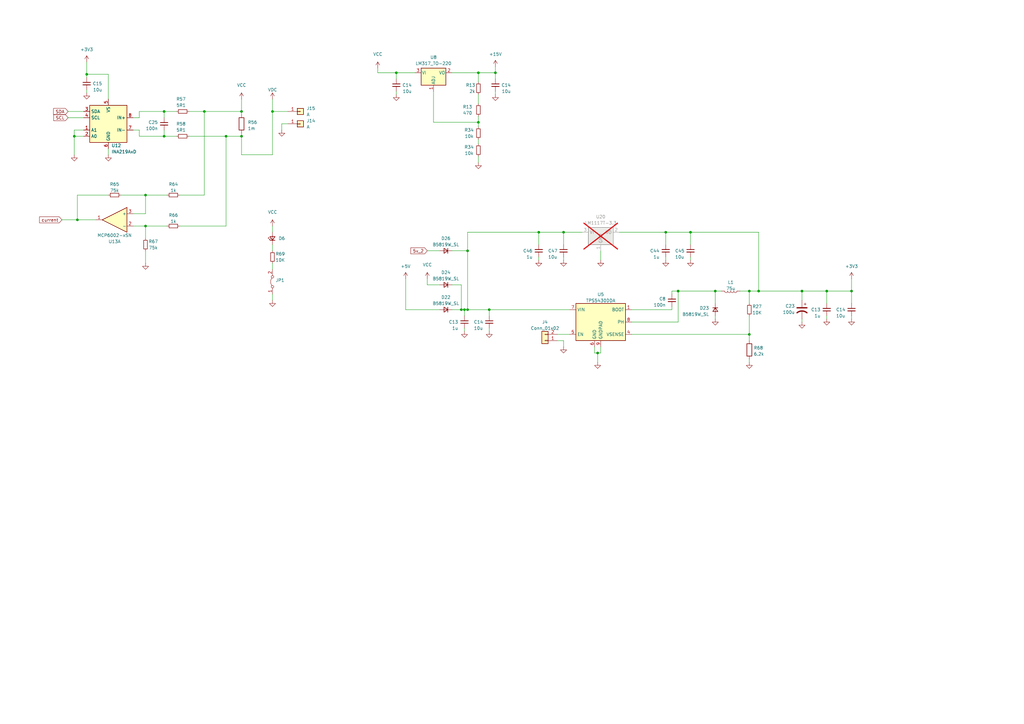
<source format=kicad_sch>
(kicad_sch (version 20231120) (generator "eeschema") (generator_version "8.0")
  (paper "A3")
  (lib_symbols
    (symbol "Amplifier_Operational:MCP6002-xSN" (pin_names (offset 0.127))
      (property "Reference" "U" (at 0 5.08 0))
      (property "Value" "MCP6002-xSN" (at 0 -5.08 0))
      (symbol "MCP6002-xSN_1_1"
        (polyline (pts (xy -5.08 5.08) (xy 5.08 0) (xy -5.08 -5.08) (xy -5.08 5.08)) (stroke (width 0.254)) (fill (type background)))
        (pin output line (at 7.62 0 180) (length 2.54) (name "~") (number "1"))
        (pin input line (at -7.62 -2.54 0) (length 2.54) (name "-") (number "2"))
        (pin input line (at -7.62 2.54 0) (length 2.54) (name "+") (number "3"))
      )
      (symbol "MCP6002-xSN_2_1"
        (polyline (pts (xy -5.08 5.08) (xy 5.08 0) (xy -5.08 -5.08) (xy -5.08 5.08)) (stroke (width 0.254)) (fill (type background)))
        (pin input line (at -7.62 2.54 0) (length 2.54) (name "+") (number "5"))
        (pin input line (at -7.62 -2.54 0) (length 2.54) (name "-") (number "6"))
        (pin output line (at 7.62 0 180) (length 2.54) (name "~") (number "7"))
      )
      (symbol "MCP6002-xSN_3_1"
        (pin power_in line (at -2.54 -7.62 90) (length 3.81) (name "V-") (number "4"))
        (pin power_in line (at -2.54 7.62 270) (length 3.81) (name "V+") (number "8"))
      )
    )
    (symbol "Connector_Generic:Conn_01x01" (pin_names (offset 1.016) hide)
      (property "Reference" "J" (at 0 2.54 0))
      (property "Value" "Conn_01x01" (at 0 -2.54 0))
      (symbol "Conn_01x01_1_1"
        (rectangle (start -1.27 0.127) (end 0 -0.127) (stroke (width 0.1524)))
        (rectangle (start -1.27 1.27) (end 1.27 -1.27) (stroke (width 0.254)) (fill (type background)))
        (pin passive line (at -5.08 0 0) (length 3.81) (name "Pin_1") (number "1"))
      )
    )
    (symbol "Connector_Generic:Conn_01x02" (pin_names (offset 1.016) hide)
      (property "Reference" "J" (at 0 2.54 0))
      (property "Value" "Conn_01x02" (at 0 -5.08 0))
      (symbol "Conn_01x02_1_1"
        (rectangle (start -1.27 -2.413) (end 0 -2.667) (stroke (width 0.1524)))
        (rectangle (start -1.27 0.127) (end 0 -0.127) (stroke (width 0.1524)))
        (rectangle (start -1.27 1.27) (end 1.27 -3.81) (stroke (width 0.254)) (fill (type background)))
        (pin passive line (at -5.08 0 0) (length 3.81) (name "Pin_1") (number "1"))
        (pin passive line (at -5.08 -2.54 0) (length 3.81) (name "Pin_2") (number "2"))
      )
    )
    (symbol "Device:C_Polarized_US" (pin_numbers hide) (pin_names (offset 0.254) hide)
      (property "Reference" "C" (at 0.635 2.54 0))
      (property "Value" "C_Polarized_US" (at 0.635 -2.54 0))
      (symbol "C_Polarized_US_0_1"
        (polyline (pts (xy -2.032 0.762) (xy 2.032 0.762)) (stroke (width 0.508)))
        (polyline (pts (xy -1.778 2.286) (xy -0.762 2.286)))
        (polyline (pts (xy -1.27 1.778) (xy -1.27 2.794)))
        (arc (start 2.032 -1.27) (mid 0 -0.5572) (end -2.032 -1.27) (stroke (width 0.508)))
      )
      (symbol "C_Polarized_US_1_1"
        (pin passive line (at 0 3.81 270) (length 2.794) (name "~") (number "1"))
        (pin passive line (at 0 -3.81 90) (length 3.302) (name "~") (number "2"))
      )
    )
    (symbol "Device:C_Small" (pin_numbers hide) (pin_names (offset 0.254) hide)
      (property "Reference" "C" (at 0.254 1.778 0))
      (property "Value" "C_Small" (at 0.254 -2.032 0))
      (symbol "C_Small_0_1"
        (polyline (pts (xy -1.524 -0.508) (xy 1.524 -0.508)) (stroke (width 0.3302)))
        (polyline (pts (xy -1.524 0.508) (xy 1.524 0.508)) (stroke (width 0.3048)))
      )
      (symbol "C_Small_1_1"
        (pin passive line (at 0 2.54 270) (length 2.032) (name "~") (number "1"))
        (pin passive line (at 0 -2.54 90) (length 2.032) (name "~") (number "2"))
      )
    )
    (symbol "Device:D_Small" (pin_numbers hide) (pin_names (offset 0.254) hide)
      (property "Reference" "D" (at -1.27 2.032 0))
      (property "Value" "D_Small" (at -3.81 -2.032 0))
      (symbol "D_Small_0_1"
        (polyline (pts (xy -0.762 -1.016) (xy -0.762 1.016)) (stroke (width 0.254)))
        (polyline (pts (xy -0.762 0) (xy 0.762 0)))
        (polyline (pts (xy 0.762 -1.016) (xy -0.762 0) (xy 0.762 1.016) (xy 0.762 -1.016)) (stroke (width 0.254)))
      )
      (symbol "D_Small_1_1"
        (pin passive line (at -2.54 0 0) (length 1.778) (name "K") (number "1"))
        (pin passive line (at 2.54 0 180) (length 1.778) (name "A") (number "2"))
      )
    )
    (symbol "Device:L" (pin_numbers hide) (pin_names (offset 1.016) hide)
      (property "Reference" "L" (at -1.27 0 90))
      (property "Value" "L" (at 1.905 0 90))
      (symbol "L_0_1"
        (arc (start 0 -2.54) (mid 0.6323 -1.905) (end 0 -1.27))
        (arc (start 0 -1.27) (mid 0.6323 -0.635) (end 0 0))
        (arc (start 0 0) (mid 0.6323 0.635) (end 0 1.27))
        (arc (start 0 1.27) (mid 0.6323 1.905) (end 0 2.54))
      )
      (symbol "L_1_1"
        (pin passive line (at 0 3.81 270) (length 1.27) (name "1") (number "1"))
        (pin passive line (at 0 -3.81 90) (length 1.27) (name "2") (number "2"))
      )
    )
    (symbol "Device:LED_Small" (pin_numbers hide) (pin_names (offset 0.254) hide)
      (property "Reference" "D" (at -1.27 3.175 0))
      (property "Value" "LED_Small" (at -4.445 -2.54 0))
      (symbol "LED_Small_0_1"
        (polyline (pts (xy -0.762 -1.016) (xy -0.762 1.016)) (stroke (width 0.254)))
        (polyline (pts (xy 1.016 0) (xy -0.762 0)))
        (polyline (pts (xy 0.762 -1.016) (xy -0.762 0) (xy 0.762 1.016) (xy 0.762 -1.016)) (stroke (width 0.254)))
        (polyline (pts (xy 0 0.762) (xy -0.508 1.27) (xy -0.254 1.27) (xy -0.508 1.27) (xy -0.508 1.016)))
        (polyline (pts (xy 0.508 1.27) (xy 0 1.778) (xy 0.254 1.778) (xy 0 1.778) (xy 0 1.524)))
      )
      (symbol "LED_Small_1_1"
        (pin passive line (at -2.54 0 0) (length 1.778) (name "K") (number "1"))
        (pin passive line (at 2.54 0 180) (length 1.778) (name "A") (number "2"))
      )
    )
    (symbol "Device:R" (pin_numbers hide) (pin_names (offset 0))
      (property "Reference" "R" (at 2.032 0 90))
      (property "Value" "R" (at 0 0 90))
      (symbol "R_0_1"
        (rectangle (start -1.016 -2.54) (end 1.016 2.54) (stroke (width 0.254)))
      )
      (symbol "R_1_1"
        (pin passive line (at 0 3.81 270) (length 1.27) (name "~") (number "1"))
        (pin passive line (at 0 -3.81 90) (length 1.27) (name "~") (number "2"))
      )
    )
    (symbol "Device:R_Small" (pin_numbers hide) (pin_names (offset 0.254) hide)
      (property "Reference" "R" (at 0.762 0.508 0))
      (property "Value" "R_Small" (at 0.762 -1.016 0))
      (symbol "R_Small_0_1"
        (rectangle (start -0.762 1.778) (end 0.762 -1.778) (stroke (width 0.2032)))
      )
      (symbol "R_Small_1_1"
        (pin passive line (at 0 2.54 270) (length 0.762) (name "~") (number "1"))
        (pin passive line (at 0 -2.54 90) (length 0.762) (name "~") (number "2"))
      )
    )
    (symbol "Jumper:Jumper_2_Bridged" (pin_names (offset 0) hide)
      (property "Reference" "JP" (at 0 1.905 0))
      (property "Value" "Jumper_2_Bridged" (at 0 -2.54 0))
      (symbol "Jumper_2_Bridged_0_0"
        (circle (center -2.032 0) (radius 0.508))
        (circle (center 2.032 0) (radius 0.508))
      )
      (symbol "Jumper_2_Bridged_0_1"
        (arc (start 1.524 0.254) (mid 0 0.762) (end -1.524 0.254))
      )
      (symbol "Jumper_2_Bridged_1_1"
        (pin passive line (at -5.08 0 0) (length 2.54) (name "A") (number "1"))
        (pin passive line (at 5.08 0 180) (length 2.54) (name "B") (number "2"))
      )
    )
    (symbol "Regulator_Linear:LM1117T-3.3"
      (property "Reference" "U" (at -3.81 3.175 0))
      (property "Value" "LM1117T-3.3" (at 0 3.175 0))
      (symbol "LM1117T-3.3_0_1"
        (rectangle (start -5.08 -5.08) (end 5.08 1.905) (stroke (width 0.254)) (fill (type background)))
      )
      (symbol "LM1117T-3.3_1_1"
        (pin power_in line (at 0 -7.62 90) (length 2.54) (name "GND") (number "1"))
        (pin power_out line (at 7.62 0 180) (length 2.54) (name "VO") (number "2"))
        (pin power_in line (at -7.62 0 0) (length 2.54) (name "VI") (number "3"))
      )
    )
    (symbol "Regulator_Linear:LM317_TO-220" (pin_names (offset 0.254))
      (property "Reference" "U" (at -3.81 3.175 0))
      (property "Value" "LM317_TO-220" (at 0 3.175 0))
      (symbol "LM317_TO-220_0_1"
        (rectangle (start -5.08 1.905) (end 5.08 -5.08) (stroke (width 0.254)) (fill (type background)))
      )
      (symbol "LM317_TO-220_1_1"
        (pin input line (at 0 -7.62 90) (length 2.54) (name "ADJ") (number "1"))
        (pin power_out line (at 7.62 0 180) (length 2.54) (name "VO") (number "2"))
        (pin power_in line (at -7.62 0 0) (length 2.54) (name "VI") (number "3"))
      )
    )
    (symbol "Regulator_Switching:TPS5430DDA"
      (property "Reference" "U" (at -10.16 8.89 0))
      (property "Value" "TPS5430DDA" (at -1.27 8.89 0))
      (symbol "TPS5430DDA_0_1"
        (rectangle (start -10.16 7.62) (end 10.16 -7.62) (stroke (width 0.254)) (fill (type background)))
      )
      (symbol "TPS5430DDA_1_1"
        (pin input line (at 12.7 5.08 180) (length 2.54) (name "BOOT") (number "1"))
        (pin no_connect line (at -10.16 2.54 0) (length 2.54) hide (name "NC") (number "2"))
        (pin no_connect line (at -10.16 -2.54 0) (length 2.54) hide (name "NC") (number "3"))
        (pin input line (at 12.7 -5.08 180) (length 2.54) (name "VSENSE") (number "4"))
        (pin input line (at -12.7 -5.08 0) (length 2.54) (name "EN") (number "5"))
        (pin power_in line (at -2.54 -10.16 90) (length 2.54) (name "GND") (number "6"))
        (pin power_in line (at -12.7 5.08 0) (length 2.54) (name "VIN") (number "7"))
        (pin output line (at 12.7 0 180) (length 2.54) (name "PH") (number "8"))
        (pin power_in line (at 0 -10.16 90) (length 2.54) (name "GNDPAD") (number "9"))
      )
    )
    (symbol "Sensor_Energy:INA219AxD"
      (property "Reference" "U" (at -6.35 8.89 0))
      (property "Value" "INA219AxD" (at 5.08 8.89 0))
      (symbol "INA219AxD_0_1"
        (rectangle (start -7.62 7.62) (end 7.62 -7.62) (stroke (width 0.254)) (fill (type background)))
      )
      (symbol "INA219AxD_1_1"
        (pin input line (at 10.16 -2.54 180) (length 2.54) (name "A1") (number "1"))
        (pin input line (at 10.16 -5.08 180) (length 2.54) (name "A0") (number "2"))
        (pin bidirectional line (at 10.16 5.08 180) (length 2.54) (name "SDA") (number "3"))
        (pin input line (at 10.16 2.54 180) (length 2.54) (name "SCL") (number "4"))
        (pin power_in line (at 0 10.16 270) (length 2.54) (name "VS") (number "5"))
        (pin power_in line (at 0 -10.16 90) (length 2.54) (name "GND") (number "6"))
        (pin input line (at -10.16 -2.54 0) (length 2.54) (name "IN-") (number "7"))
        (pin input line (at -10.16 2.54 0) (length 2.54) (name "IN+") (number "8"))
      )
    )
    (symbol "power:+15V" (power) (pin_names (offset 0))
      (property "Value" "+15V" (at 0 3.556 0))
      (symbol "+15V_0_1"
        (polyline (pts (xy -0.762 1.27) (xy 0 2.54)))
        (polyline (pts (xy 0 0) (xy 0 2.54)))
        (polyline (pts (xy 0 2.54) (xy 0.762 1.27)))
      )
      (symbol "+15V_1_1"
        (pin power_in line (at 0 0 90) (length 0) hide (name "+15V") (number "1"))
      )
    )
    (symbol "power:+3V3" (power) (pin_names (offset 0))
      (property "Value" "+3V3" (at 0 3.556 0))
      (symbol "+3V3_0_1"
        (polyline (pts (xy -0.762 1.27) (xy 0 2.54)))
        (polyline (pts (xy 0 0) (xy 0 2.54)))
        (polyline (pts (xy 0 2.54) (xy 0.762 1.27)))
      )
      (symbol "+3V3_1_1"
        (pin power_in line (at 0 0 90) (length 0) hide (name "+3V3") (number "1"))
      )
    )
    (symbol "power:+5V" (power) (pin_names (offset 0))
      (property "Value" "+5V" (at 0 3.556 0))
      (symbol "+5V_0_1"
        (polyline (pts (xy -0.762 1.27) (xy 0 2.54)))
        (polyline (pts (xy 0 0) (xy 0 2.54)))
        (polyline (pts (xy 0 2.54) (xy 0.762 1.27)))
      )
      (symbol "+5V_1_1"
        (pin power_in line (at 0 0 90) (length 0) hide (name "+5V") (number "1"))
      )
    )
    (symbol "power:GND" (power) (pin_names (offset 0))
      (property "Value" "GND" (at 0 -3.81 0))
      (symbol "GND_0_1"
        (polyline (pts (xy 0 0) (xy 0 -1.27) (xy 1.27 -1.27) (xy 0 -2.54) (xy -1.27 -1.27) (xy 0 -1.27)))
      )
      (symbol "GND_1_1"
        (pin power_in line (at 0 0 270) (length 0) hide (name "GND") (number "1"))
      )
    )
    (symbol "power:VCC" (power) (pin_names (offset 0))
      (property "Value" "VCC" (at 0 3.81 0))
      (symbol "VCC_0_1"
        (polyline (pts (xy -0.762 1.27) (xy 0 2.54)))
        (polyline (pts (xy 0 0) (xy 0 2.54)))
        (polyline (pts (xy 0 2.54) (xy 0.762 1.27)))
      )
      (symbol "VCC_1_1"
        (pin power_in line (at 0 0 90) (length 0) hide (name "VCC") (number "1"))
      )
    )
    (symbol "power:VDC" (power) (pin_names (offset 0))
      (property "Value" "VDC" (at 0 6.35 0))
      (symbol "VDC_0_1"
        (polyline (pts (xy -0.762 1.27) (xy 0 2.54)))
        (polyline (pts (xy 0 0) (xy 0 2.54)))
        (polyline (pts (xy 0 2.54) (xy 0.762 1.27)))
      )
      (symbol "VDC_1_1"
        (pin power_in line (at 0 0 90) (length 0) hide (name "VDC") (number "1"))
      )
    )
  )
  (junction (at 59.69 92.71))
  (junction (at 191.77 127))
  (junction (at 190.5 127))
  (junction (at 328.93 119.38))
  (junction (at 245.11 144.78))
  (junction (at 99.06 45.72))
  (junction (at 99.06 55.88))
  (junction (at 83.82 45.72))
  (junction (at 196.215 29.845))
  (junction (at 220.98 95.25))
  (junction (at 200.66 127))
  (junction (at 30.48 55.88))
  (junction (at 278.13 119.38))
  (junction (at 293.37 119.38))
  (junction (at 283.21 95.25))
  (junction (at 92.71 55.88))
  (junction (at 203.2 29.845))
  (junction (at 191.77 102.87))
  (junction (at 67.31 55.88))
  (junction (at 162.56 29.845))
  (junction (at 307.34 119.38))
  (junction (at 189.23 127))
  (junction (at 31.75 90.17))
  (junction (at 35.56 30.48))
  (junction (at 311.15 119.38))
  (junction (at 307.34 137.16))
  (junction (at 349.25 119.38))
  (junction (at 231.14 95.25))
  (junction (at 59.69 80.01))
  (junction (at 273.05 95.25))
  (junction (at 196.215 50.165))
  (junction (at 67.31 45.72))
  (junction (at 111.76 45.72))
  (junction (at 339.09 119.38))
  (wire (pts (xy 275.59 119.38) (xy 278.13 119.38)))
  (wire (pts (xy 57.15 53.34) (xy 57.15 55.88)))
  (wire (pts (xy 228.6 137.16) (xy 233.68 137.16)))
  (wire (pts (xy 238.76 95.25) (xy 231.14 95.25)))
  (wire (pts (xy 293.37 129.54) (xy 293.37 130.81)))
  (wire (pts (xy 200.66 127) (xy 233.68 127)))
  (wire (pts (xy 196.215 47.625) (xy 196.215 50.165)))
  (wire (pts (xy 154.94 29.845) (xy 154.94 27.94)))
  (wire (pts (xy 200.66 134.62) (xy 200.66 135.89)))
  (wire (pts (xy 349.25 119.38) (xy 349.25 124.46)))
  (wire (pts (xy 175.26 114.3) (xy 175.26 116.84)))
  (wire (pts (xy 311.15 95.25) (xy 311.15 119.38)))
  (wire (pts (xy 273.05 105.41) (xy 273.05 106.68)))
  (wire (pts (xy 73.66 80.01) (xy 83.82 80.01)))
  (wire (pts (xy 44.45 30.48) (xy 35.56 30.48)))
  (wire (pts (xy 30.48 53.34) (xy 30.48 55.88)))
  (wire (pts (xy 67.31 55.88) (xy 72.39 55.88)))
  (wire (pts (xy 190.5 127) (xy 191.77 127)))
  (wire (pts (xy 111.76 120.65) (xy 111.76 123.19)))
  (wire (pts (xy 30.48 55.88) (xy 34.29 55.88)))
  (wire (pts (xy 111.76 45.72) (xy 118.11 45.72)))
  (wire (pts (xy 273.05 95.25) (xy 273.05 100.33)))
  (wire (pts (xy 77.47 45.72) (xy 83.82 45.72)))
  (wire (pts (xy 44.45 60.96) (xy 44.45 63.5)))
  (wire (pts (xy 54.61 53.34) (xy 57.15 53.34)))
  (wire (pts (xy 273.05 95.25) (xy 283.21 95.25)))
  (wire (pts (xy 203.2 29.845) (xy 203.2 32.385)))
  (wire (pts (xy 307.34 119.38) (xy 311.15 119.38)))
  (wire (pts (xy 35.56 30.48) (xy 35.56 31.75)))
  (wire (pts (xy 283.21 95.25) (xy 283.21 100.33)))
  (wire (pts (xy 111.76 45.72) (xy 111.76 40.64)))
  (wire (pts (xy 111.76 63.5) (xy 111.76 45.72)))
  (wire (pts (xy 67.31 53.34) (xy 67.31 55.88)))
  (wire (pts (xy 111.76 92.71) (xy 111.76 95.25)))
  (wire (pts (xy 196.215 29.845) (xy 203.2 29.845)))
  (wire (pts (xy 328.93 123.19) (xy 328.93 119.38)))
  (wire (pts (xy 191.77 102.87) (xy 191.77 127)))
  (wire (pts (xy 231.14 139.7) (xy 228.6 139.7)))
  (wire (pts (xy 166.37 127) (xy 180.34 127)))
  (wire (pts (xy 177.8 50.165) (xy 196.215 50.165)))
  (wire (pts (xy 154.94 29.845) (xy 162.56 29.845)))
  (wire (pts (xy 92.71 55.88) (xy 99.06 55.88)))
  (wire (pts (xy 57.15 48.26) (xy 57.15 45.72)))
  (wire (pts (xy 185.42 127) (xy 189.23 127)))
  (wire (pts (xy 196.215 29.845) (xy 196.215 33.655)))
  (wire (pts (xy 278.13 119.38) (xy 278.13 132.08)))
  (wire (pts (xy 77.47 55.88) (xy 92.71 55.88)))
  (wire (pts (xy 67.31 45.72) (xy 67.31 48.26)))
  (wire (pts (xy 59.69 80.01) (xy 59.69 87.63)))
  (wire (pts (xy 307.34 119.38) (xy 307.34 124.46)))
  (wire (pts (xy 275.59 119.38) (xy 275.59 120.65)))
  (wire (pts (xy 35.56 25.4) (xy 35.56 30.48)))
  (wire (pts (xy 57.15 45.72) (xy 67.31 45.72)))
  (wire (pts (xy 307.34 137.16) (xy 307.34 139.7)))
  (wire (pts (xy 83.82 45.72) (xy 83.82 80.01)))
  (wire (pts (xy 92.71 92.71) (xy 92.71 55.88)))
  (wire (pts (xy 275.59 127) (xy 259.08 127)))
  (wire (pts (xy 328.93 130.81) (xy 328.93 132.08)))
  (wire (pts (xy 349.25 129.54) (xy 349.25 130.81)))
  (wire (pts (xy 339.09 119.38) (xy 349.25 119.38)))
  (wire (pts (xy 303.53 119.38) (xy 307.34 119.38)))
  (wire (pts (xy 243.84 144.78) (xy 245.11 144.78)))
  (wire (pts (xy 111.76 100.33) (xy 111.76 102.87)))
  (wire (pts (xy 339.09 119.38) (xy 339.09 124.46)))
  (wire (pts (xy 59.69 92.71) (xy 59.69 97.79)))
  (wire (pts (xy 177.8 37.465) (xy 177.8 50.165)))
  (wire (pts (xy 30.48 53.34) (xy 34.29 53.34)))
  (wire (pts (xy 162.56 29.845) (xy 162.56 32.385)))
  (wire (pts (xy 231.14 105.41) (xy 231.14 106.68)))
  (wire (pts (xy 220.98 95.25) (xy 191.77 95.25)))
  (wire (pts (xy 111.76 107.95) (xy 111.76 110.49)))
  (wire (pts (xy 196.215 64.135) (xy 196.215 66.675)))
  (wire (pts (xy 245.11 144.78) (xy 245.11 148.59)))
  (wire (pts (xy 99.06 63.5) (xy 111.76 63.5)))
  (wire (pts (xy 31.75 90.17) (xy 25.4 90.17)))
  (wire (pts (xy 231.14 95.25) (xy 220.98 95.25)))
  (wire (pts (xy 185.42 116.84) (xy 189.23 116.84)))
  (wire (pts (xy 162.56 37.465) (xy 162.56 38.735)))
  (wire (pts (xy 54.61 48.26) (xy 57.15 48.26)))
  (wire (pts (xy 196.215 57.15) (xy 196.215 59.055)))
  (wire (pts (xy 30.48 55.88) (xy 30.48 63.5)))
  (wire (pts (xy 231.14 139.7) (xy 231.14 142.24)))
  (wire (pts (xy 189.23 127) (xy 190.5 127)))
  (wire (pts (xy 54.61 87.63) (xy 59.69 87.63)))
  (wire (pts (xy 115.57 50.8) (xy 118.11 50.8)))
  (wire (pts (xy 190.5 134.62) (xy 190.5 135.89)))
  (wire (pts (xy 175.26 116.84) (xy 180.34 116.84)))
  (wire (pts (xy 259.08 132.08) (xy 278.13 132.08)))
  (wire (pts (xy 185.42 102.87) (xy 191.77 102.87)))
  (wire (pts (xy 283.21 95.25) (xy 311.15 95.25)))
  (wire (pts (xy 191.77 95.25) (xy 191.77 102.87)))
  (wire (pts (xy 99.06 40.64) (xy 99.06 45.72)))
  (wire (pts (xy 175.26 102.87) (xy 180.34 102.87)))
  (wire (pts (xy 39.37 90.17) (xy 31.75 90.17)))
  (wire (pts (xy 57.15 55.88) (xy 67.31 55.88)))
  (wire (pts (xy 115.57 50.8) (xy 115.57 53.34)))
  (wire (pts (xy 67.31 45.72) (xy 72.39 45.72)))
  (wire (pts (xy 278.13 119.38) (xy 293.37 119.38)))
  (wire (pts (xy 185.42 29.845) (xy 196.215 29.845)))
  (wire (pts (xy 311.15 119.38) (xy 328.93 119.38)))
  (wire (pts (xy 307.34 129.54) (xy 307.34 137.16)))
  (wire (pts (xy 31.75 90.17) (xy 31.75 80.01)))
  (wire (pts (xy 328.93 119.38) (xy 339.09 119.38)))
  (wire (pts (xy 99.06 45.72) (xy 99.06 46.99)))
  (wire (pts (xy 293.37 124.46) (xy 293.37 119.38)))
  (wire (pts (xy 200.66 127) (xy 200.66 129.54)))
  (wire (pts (xy 196.215 38.735) (xy 196.215 42.545)))
  (wire (pts (xy 203.2 27.305) (xy 203.2 29.845)))
  (wire (pts (xy 231.14 95.25) (xy 231.14 100.33)))
  (wire (pts (xy 254 95.25) (xy 273.05 95.25)))
  (wire (pts (xy 339.09 129.54) (xy 339.09 130.81)))
  (wire (pts (xy 220.98 95.25) (xy 220.98 100.33)))
  (wire (pts (xy 99.06 54.61) (xy 99.06 55.88)))
  (wire (pts (xy 162.56 29.845) (xy 170.18 29.845)))
  (wire (pts (xy 166.37 114.3) (xy 166.37 127)))
  (wire (pts (xy 99.06 55.88) (xy 99.06 63.5)))
  (wire (pts (xy 190.5 127) (xy 190.5 129.54)))
  (wire (pts (xy 246.38 144.78) (xy 245.11 144.78)))
  (wire (pts (xy 73.66 92.71) (xy 92.71 92.71)))
  (wire (pts (xy 191.77 127) (xy 200.66 127)))
  (wire (pts (xy 83.82 45.72) (xy 99.06 45.72)))
  (wire (pts (xy 44.45 30.48) (xy 44.45 40.64)))
  (wire (pts (xy 307.34 147.32) (xy 307.34 148.59)))
  (wire (pts (xy 259.08 137.16) (xy 307.34 137.16)))
  (wire (pts (xy 243.84 142.24) (xy 243.84 144.78)))
  (wire (pts (xy 246.38 142.24) (xy 246.38 144.78)))
  (wire (pts (xy 59.69 92.71) (xy 68.58 92.71)))
  (wire (pts (xy 220.98 105.41) (xy 220.98 106.68)))
  (wire (pts (xy 59.69 102.87) (xy 59.69 107.95)))
  (wire (pts (xy 27.94 48.26) (xy 34.29 48.26)))
  (wire (pts (xy 196.215 50.165) (xy 196.215 52.07)))
  (wire (pts (xy 35.56 36.83) (xy 35.56 38.1)))
  (wire (pts (xy 27.94 45.72) (xy 34.29 45.72)))
  (wire (pts (xy 283.21 105.41) (xy 283.21 106.68)))
  (wire (pts (xy 349.25 114.3) (xy 349.25 119.38)))
  (wire (pts (xy 189.23 116.84) (xy 189.23 127)))
  (wire (pts (xy 59.69 80.01) (xy 68.58 80.01)))
  (wire (pts (xy 203.2 37.465) (xy 203.2 38.735)))
  (wire (pts (xy 31.75 80.01) (xy 44.45 80.01)))
  (wire (pts (xy 49.53 80.01) (xy 59.69 80.01)))
  (wire (pts (xy 54.61 92.71) (xy 59.69 92.71)))
  (wire (pts (xy 293.37 119.38) (xy 295.91 119.38)))
  (wire (pts (xy 275.59 125.73) (xy 275.59 127)))
  (wire (pts (xy 246.38 102.87) (xy 246.38 106.68)))
  (global_label "current" (shape input) (at 25.4 90.17 180) (property "Intersheetrefs" "${INTERSHEET_REFS}" (effects (hide yes))))
  (global_label "SCL" (shape input) (at 27.94 48.26 180) (property "Intersheetrefs" "${INTERSHEET_REFS}" (effects (hide yes))))
  (global_label "5v_2" (shape input) (at 175.26 102.87 180) (property "Intersheetrefs" "${INTERSHEET_REFS}" (effects (hide yes))))
  (global_label "SDA" (shape input) (at 27.94 45.72 180) (property "Intersheetrefs" "${INTERSHEET_REFS}" (effects (hide yes))))
  (symbol (lib_id "power:VCC") (at 99.06 40.64 0) (unit 1)
    (property "Reference" "#PWR089" (effects (hide yes)))
    (property "Value" "VCC" (at 99.06 34.925 0))
    (instances (project "ESP32_dual_ESC" (path "" (reference "#PWR089") (unit 1))) (project "RP2040_ESP32_dual_ESC" (path "" (reference "#PWR0113") (unit 1)) (path "" (reference "#PWR0105") (unit 1))))
  )
  (symbol (lib_id "Device:C_Small") (at 283.21 102.87 0) (unit 1)
    (property "Reference" "C45" (at 276.86 102.87 0) (effects (justify left)))
    (property "Value" "10u" (at 276.86 105.41 0) (effects (justify left)))
    (property "Footprint" "Capacitor_SMD:C_0603_1608Metric" (effects (hide yes)))
    (property "LCSC" "C96446" (effects (hide yes)))
  )
  (symbol (lib_id "power:GND") (at 231.14 106.68 0) (unit 1)
    (property "Reference" "#PWR0132" (effects (hide yes)))
    (property "Value" "GND" (effects (hide yes)))
  )
  (symbol (lib_id "Device:C_Small") (at 339.09 127 180) (unit 1)
    (property "Reference" "C13" (at 336.55 127 0) (effects (justify left)))
    (property "Value" "1u" (at 336.55 129.54 0) (effects (justify left)))
    (property "Footprint" "Capacitor_SMD:C_0402_1005Metric" (effects (hide yes)))
    (property "LCSC" "C52923" (effects (hide yes)))
    (instances (project "Ethernet_switch_4out" (path "" (reference "C13") (unit 1))) (project "cross_band_handy_walkie_talkie_ES8388" (path "" (reference "C5") (unit 1))) (project "ESP32_dual_ESC" (path "" (reference "C27") (unit 1))))
  )
  (symbol (lib_id "Regulator_Linear:LM1117T-3.3") (at 246.38 95.25 0) (unit 1) (dnp yes)
    (property "Reference" "U20" (at 246.38 88.9 0))
    (property "Value" "LM1117T-3.3" (at 246.38 91.44 0))
    (property "Footprint" "Package_TO_SOT_THT:TO-220-3_Vertical" (effects (hide yes)))
    (property "Datasheet" "http://www.ti.com/lit/ds/symlink/lm1117.pdf" (effects (hide yes)))
    (property "Description" "800mA Low-Dropout Linear Regulator, 3.3V fixed output, TO-220" (effects (hide yes)))
  )
  (symbol (lib_id "power:GND") (at 220.98 106.68 0) (unit 1)
    (property "Reference" "#PWR0131" (effects (hide yes)))
    (property "Value" "GND" (effects (hide yes)))
  )
  (symbol (lib_id "Device:C_Small") (at 200.66 132.08 0) (unit 1)
    (property "Reference" "C14" (at 194.31 132.08 0) (effects (justify left)))
    (property "Value" "10u" (at 194.31 134.62 0) (effects (justify left)))
    (property "Footprint" "Capacitor_SMD:C_0603_1608Metric" (effects (hide yes)))
    (property "LCSC" "C96446" (effects (hide yes)))
    (instances (project "Ethernet_switch_4out" (path "" (reference "C14") (unit 1))) (project "cross_band_handy_walkie_talkie_ES8388" (path "" (reference "C4") (unit 1))) (project "ESP32_dual_ESC" (path "" (reference "C26") (unit 1))))
  )
  (symbol (lib_id "power:GND") (at 328.93 132.08 0) (mirror y) (unit 1)
    (property "Reference" "#PWR021" (effects (hide yes)))
    (property "Value" "GND" (effects (hide yes)))
    (instances (project "ESP32_dual_ESC" (path "" (reference "#PWR021") (unit 1))) (project "RP2040_ESP32_dual_ESC" (path "" (reference "#PWR0112") (unit 1)) (path "" (reference "#PWR0104") (unit 1))))
  )
  (symbol (lib_id "power:GND") (at 246.38 106.68 0) (mirror y) (unit 1)
    (property "Reference" "#PWR0107" (effects (hide yes)))
    (property "Value" "GND" (effects (hide yes)))
  )
  (symbol (lib_id "Device:R_Small") (at 74.93 45.72 270) (unit 1)
    (property "Reference" "R57" (at 76.2 40.64 90) (effects (justify right)))
    (property "Value" "5R1" (at 76.2 43.18 90) (effects (justify right)))
    (property "Footprint" "Resistor_SMD:R_0603_1608Metric" (effects (hide yes)))
    (property "LCSC" "C25197" (effects (hide yes)))
    (instances (project "ESP32_dual_ESC" (path "" (reference "R57") (unit 1))) (project "BMS_project" (path "" (reference "R1") (unit 1)) (path "" (reference "R19") (unit 1)) (path "" (reference "R31") (unit 1)) (path "" (reference "R38") (unit 1)) (path "" (reference "R45") (unit 1))))
  )
  (symbol (lib_id "Device:D_Small") (at 182.88 116.84 180) (unit 1)
    (property "Reference" "D24" (at 182.88 111.76 0))
    (property "Value" "B5819W_SL" (at 182.88 114.3 0))
    (property "Footprint" "Diode_SMD:D_SOD-123" (effects (hide yes)))
    (property "LCSC" "C8598" (effects (hide yes)))
    (instances (project "ESP32_dual_ESC" (path "" (reference "D24") (unit 1))) (project "RP2040_ESP32_dual_ESC" (path "" (reference "D6") (unit 1)) (path "" (reference "D1") (unit 1))))
  )
  (symbol (lib_id "power:VCC") (at 111.76 92.71 0) (unit 1)
    (property "Reference" "#PWR0105" (effects (hide yes)))
    (property "Value" "VCC" (at 111.76 86.995 0))
    (instances (project "ESP32_dual_ESC" (path "" (reference "#PWR0105") (unit 1))) (project "RP2040_ESP32_dual_ESC" (path "" (reference "#PWR0113") (unit 1)) (path "" (reference "#PWR0105") (unit 1))))
  )
  (symbol (lib_id "power:+3V3") (at 349.25 114.3 0) (mirror y) (unit 1)
    (property "Reference" "#PWR02" (effects (hide yes)))
    (property "Value" "+3V3" (at 349.25 109.22 0))
    (instances (project "Ethernet_switch_4out" (path "" (reference "#PWR02") (unit 1))) (project "cross_band_handy_walkie_talkie_ES8388" (path "" (reference "#PWR014") (unit 1))) (project "ESP32_dual_ESC" (path "" (reference "#PWR050") (unit 1))))
  )
  (symbol (lib_id "Device:C_Small") (at 273.05 102.87 180) (unit 1)
    (property "Reference" "C44" (at 270.51 102.87 0) (effects (justify left)))
    (property "Value" "1u" (at 270.51 105.41 0) (effects (justify left)))
    (property "Footprint" "Capacitor_SMD:C_0402_1005Metric" (effects (hide yes)))
    (property "LCSC" "C52923" (effects (hide yes)))
  )
  (symbol (lib_id "Device:R") (at 99.06 50.8 0) (unit 1)
    (property "Reference" "R56" (at 101.6 50.165 0) (effects (justify left)))
    (property "Value" "1m" (at 101.6 52.705 0) (effects (justify left)))
    (property "Footprint" "Resistor_SMD:R_2512_6332Metric" (effects (hide yes)))
  )
  (symbol (lib_id "power:GND") (at 273.05 106.68 0) (unit 1)
    (property "Reference" "#PWR0109" (effects (hide yes)))
    (property "Value" "GND" (effects (hide yes)))
  )
  (symbol (lib_id "Device:D_Small") (at 182.88 102.87 180) (unit 1)
    (property "Reference" "D26" (at 182.88 97.79 0))
    (property "Value" "B5819W_SL" (at 182.88 100.33 0))
    (property "Footprint" "Diode_SMD:D_SOD-123" (effects (hide yes)))
    (property "LCSC" "C8598" (effects (hide yes)))
  )
  (symbol (lib_id "Connector_Generic:Conn_01x02") (at 223.52 139.7 180) (unit 1)
    (property "Reference" "J4" (at 223.52 132.08 0))
    (property "Value" "Conn_01x02" (at 223.52 134.62 0))
    (property "Footprint" "Connector_PinHeader_2.54mm:PinHeader_1x02_P2.54mm_Vertical" (effects (hide yes)))
  )
  (symbol (lib_id "power:GND") (at 293.37 130.81 0) (mirror y) (unit 1)
    (property "Reference" "#PWR020" (effects (hide yes)))
    (property "Value" "GND" (effects (hide yes)))
    (instances (project "ESP32_dual_ESC" (path "" (reference "#PWR020") (unit 1))) (project "RP2040_ESP32_dual_ESC" (path "" (reference "#PWR0112") (unit 1)) (path "" (reference "#PWR0104") (unit 1))))
  )
  (symbol (lib_id "power:+15V") (at 203.2 27.305 0) (mirror y) (unit 1)
    (property "Reference" "#PWR0102" (effects (hide yes)))
    (property "Value" "+15V" (at 203.2 22.225 0))
    (instances (project "ESP32_dual_ESC" (path "" (reference "#PWR0102") (unit 1))) (project "RP2040_ESP32_dual_ESC" (path "" (reference "#PWR044") (unit 1)) (path "" (reference "#PWR02") (unit 1))))
  )
  (symbol (lib_id "power:GND") (at 35.56 38.1 0) (mirror y) (unit 1)
    (property "Reference" "#PWR018" (effects (hide yes)))
    (property "Value" "GND" (effects (hide yes)))
    (instances (project "Ethernet_switch_4out" (path "" (reference "#PWR018") (unit 1))) (project "cross_band_handy_walkie_talkie_ES8388" (path "" (reference "#PWR016") (unit 1))) (project "ESP32_dual_ESC" (path "" (reference "#PWR088") (unit 1))))
  )
  (symbol (lib_id "Device:C_Small") (at 35.56 34.29 0) (mirror y) (unit 1)
    (property "Reference" "C15" (at 41.91 34.29 0) (effects (justify left)))
    (property "Value" "10u" (at 41.91 36.83 0) (effects (justify left)))
    (property "Footprint" "Capacitor_SMD:C_0603_1608Metric" (effects (hide yes)))
    (property "LCSC" "C96446" (effects (hide yes)))
    (instances (project "Ethernet_switch_4out" (path "" (reference "C15") (unit 1))) (project "cross_band_handy_walkie_talkie_ES8388" (path "" (reference "C3") (unit 1))) (project "ESP32_dual_ESC" (path "" (reference "C18") (unit 1))))
  )
  (symbol (lib_id "Device:R_Small") (at 196.215 61.595 0) (mirror x) (unit 1)
    (property "Reference" "R34" (at 192.405 60.325 0))
    (property "Value" "10k" (at 192.405 62.865 0))
    (property "Footprint" "Resistor_SMD:R_0603_1608Metric" (effects (hide yes)))
    (property "LCSC" "C25804" (effects (hide yes)))
    (instances (project "Ethernet_switch_4out" (path "" (reference "R34") (unit 1))) (project "cross_band_handy_walkie_talkie_ES8388" (path "" (reference "R1") (unit 1))) (project "ESP32_dual_ESC" (path "" (reference "R71") (unit 1))))
  )
  (symbol (lib_id "power:VCC") (at 154.94 27.94 0) (mirror y) (unit 1)
    (property "Reference" "#PWR0103" (effects (hide yes)))
    (property "Value" "VCC" (at 154.94 22.225 0))
    (instances (project "ESP32_dual_ESC" (path "" (reference "#PWR0103") (unit 1))) (project "RP2040_ESP32_dual_ESC" (path "" (reference "#PWR0113") (unit 1)) (path "" (reference "#PWR0105") (unit 1))))
  )
  (symbol (lib_id "power:GND") (at 349.25 130.81 0) (unit 1)
    (property "Reference" "#PWR017" (effects (hide yes)))
    (property "Value" "GND" (effects (hide yes)))
    (instances (project "Ethernet_switch_4out" (path "" (reference "#PWR017") (unit 1))) (project "cross_band_handy_walkie_talkie_ES8388" (path "" (reference "#PWR017") (unit 1))) (project "ESP32_dual_ESC" (path "" (reference "#PWR049") (unit 1))))
  )
  (symbol (lib_id "Device:R_Small") (at 196.215 36.195 0) (unit 1)
    (property "Reference" "R13" (at 194.945 34.925 0) (effects (justify right)))
    (property "Value" "2k" (at 194.945 37.465 0) (effects (justify right)))
    (property "Footprint" "Resistor_SMD:R_0402_1005Metric" (effects (hide yes)))
    (property "LCSC" "C4109" (effects (hide yes)))
    (instances (project "MUX_board" (path "" (reference "R13") (unit 1))) (project "Ethernet_switch_4out" (path "" (reference "R69") (unit 1))) (project "ESP32_dual_ESC" (path "" (reference "R21") (unit 1))) (project "BMS_project" (path "" (reference "R12") (unit 1)) (path "" (reference "R12") (unit 1)) (path "" (reference "R24") (unit 1)) (path "" (reference "R25") (unit 1)) (path "" (reference "R26") (unit 1)) (path "" (reference "R27") (unit 1))))
  )
  (symbol (lib_id "Device:R_Small") (at 71.12 80.01 270) (mirror x) (unit 1)
    (property "Reference" "R64" (at 71.12 75.565 90))
    (property "Value" "1k" (at 71.12 78.105 90))
    (property "Footprint" "Resistor_SMD:R_0402_1005Metric" (effects (hide yes)))
    (property "LCSC" "C11702" (effects (hide yes)))
    (instances (project "ESP32_dual_ESC" (path "" (reference "R64") (unit 1))) (project "RP2040_ESP32_dual_ESC" (path "" (reference "R41") (unit 1)) (path "" (reference "R16") (unit 1))))
  )
  (symbol (lib_id "Device:C_Small") (at 190.5 132.08 180) (unit 1)
    (property "Reference" "C13" (at 187.96 132.08 0) (effects (justify left)))
    (property "Value" "1u" (at 187.96 134.62 0) (effects (justify left)))
    (property "Footprint" "Capacitor_SMD:C_0402_1005Metric" (effects (hide yes)))
    (property "LCSC" "C52923" (effects (hide yes)))
    (instances (project "Ethernet_switch_4out" (path "" (reference "C13") (unit 1))) (project "cross_band_handy_walkie_talkie_ES8388" (path "" (reference "C5") (unit 1))) (project "ESP32_dual_ESC" (path "" (reference "C24") (unit 1))))
  )
  (symbol (lib_id "power:GND") (at 203.2 38.735 0) (mirror y) (unit 1)
    (property "Reference" "#PWR017" (effects (hide yes)))
    (property "Value" "GND" (effects (hide yes)))
    (instances (project "Ethernet_switch_4out" (path "" (reference "#PWR017") (unit 1))) (project "cross_band_handy_walkie_talkie_ES8388" (path "" (reference "#PWR017") (unit 1))) (project "ESP32_dual_ESC" (path "" (reference "#PWR037") (unit 1))))
  )
  (symbol (lib_id "power:GND") (at 44.45 63.5 0) (unit 1)
    (property "Reference" "#PWR083" (effects (hide yes)))
    (property "Value" "GND" (effects (hide yes)))
    (instances (project "ESP32_dual_ESC" (path "" (reference "#PWR083") (unit 1))) (project "RP2040_ESP32_dual_ESC" (path "" (reference "#PWR0109") (unit 1)) (path "" (reference "#PWR0101") (unit 1))))
  )
  (symbol (lib_id "power:GND") (at 111.76 123.19 0) (unit 1)
    (property "Reference" "#PWR080" (effects (hide yes)))
    (property "Value" "GND" (effects (hide yes)))
    (instances (project "Ethernet_switch_4out" (path "" (reference "#PWR080") (unit 1))) (project "cross_band_handy_walkie_talkie_ES8388" (path "" (reference "#PWR09") (unit 1))) (project "ESP32_dual_ESC" (path "" (reference "#PWR0104") (unit 1))))
  )
  (symbol (lib_id "power:GND") (at 283.21 106.68 0) (unit 1)
    (property "Reference" "#PWR0130" (effects (hide yes)))
    (property "Value" "GND" (effects (hide yes)))
  )
  (symbol (lib_id "Device:R_Small") (at 71.12 92.71 270) (mirror x) (unit 1)
    (property "Reference" "R66" (at 71.12 88.265 90))
    (property "Value" "1k" (at 71.12 90.805 90))
    (property "Footprint" "Resistor_SMD:R_0402_1005Metric" (effects (hide yes)))
    (property "LCSC" "C11702" (effects (hide yes)))
    (instances (project "ESP32_dual_ESC" (path "" (reference "R66") (unit 1))) (project "RP2040_ESP32_dual_ESC" (path "" (reference "R41") (unit 1)) (path "" (reference "R16") (unit 1))))
  )
  (symbol (lib_id "Device:C_Small") (at 67.31 50.8 0) (mirror y) (unit 1)
    (property "Reference" "C25" (at 64.77 50.1713 0) (effects (justify left)))
    (property "Value" "100n" (at 64.77 52.7113 0) (effects (justify left)))
    (property "Footprint" "Capacitor_SMD:C_0603_1608Metric" (effects (hide yes)))
    (property "LCSC" "C14663" (effects (hide yes)))
    (instances (project "ESP32_dual_ESC" (path "" (reference "C25") (unit 1))) (project "BMS_project" (path "" (reference "C16") (unit 1)) (path "" (reference "C28") (unit 1)) (path "" (reference "C36") (unit 1)) (path "" (reference "C44") (unit 1))))
  )
  (symbol (lib_id "power:GND") (at 200.66 135.89 0) (unit 1)
    (property "Reference" "#PWR017" (effects (hide yes)))
    (property "Value" "GND" (effects (hide yes)))
    (instances (project "Ethernet_switch_4out" (path "" (reference "#PWR017") (unit 1))) (project "cross_band_handy_walkie_talkie_ES8388" (path "" (reference "#PWR017") (unit 1))) (project "ESP32_dual_ESC" (path "" (reference "#PWR044") (unit 1))))
  )
  (symbol (lib_id "power:+5V") (at 166.37 114.3 0) (unit 1)
    (property "Reference" "#PWR048" (effects (hide yes)))
    (property "Value" "+5V" (at 166.37 109.22 0))
    (instances (project "Ethernet_switch_4out" (path "" (reference "#PWR048") (unit 1))) (project "cross_band_handy_walkie_talkie_ES8388" (path "" (reference "#PWR034") (unit 1))) (project "ESP32_dual_ESC" (path "" (reference "#PWR043") (unit 1))))
  )
  (symbol (lib_id "power:+3V3") (at 35.56 25.4 0) (unit 1)
    (property "Reference" "#PWR02" (effects (hide yes)))
    (property "Value" "+3V3" (at 35.56 20.32 0))
    (instances (project "Ethernet_switch_4out" (path "" (reference "#PWR02") (unit 1))) (project "cross_band_handy_walkie_talkie_ES8388" (path "" (reference "#PWR014") (unit 1))) (project "ESP32_dual_ESC" (path "" (reference "#PWR085") (unit 1))))
  )
  (symbol (lib_id "Device:C_Small") (at 231.14 102.87 0) (unit 1)
    (property "Reference" "C47" (at 224.79 102.87 0) (effects (justify left)))
    (property "Value" "10u" (at 224.79 105.41 0) (effects (justify left)))
    (property "Footprint" "Capacitor_SMD:C_0603_1608Metric" (effects (hide yes)))
    (property "LCSC" "C96446" (effects (hide yes)))
  )
  (symbol (lib_id "Device:R_Small") (at 74.93 55.88 270) (unit 1)
    (property "Reference" "R58" (at 76.2 50.8 90) (effects (justify right)))
    (property "Value" "5R1" (at 76.2 53.34 90) (effects (justify right)))
    (property "Footprint" "Resistor_SMD:R_0603_1608Metric" (effects (hide yes)))
    (property "LCSC" "C25197" (effects (hide yes)))
    (instances (project "ESP32_dual_ESC" (path "" (reference "R58") (unit 1))) (project "BMS_project" (path "" (reference "R1") (unit 1)) (path "" (reference "R21") (unit 1)) (path "" (reference "R33") (unit 1)) (path "" (reference "R40") (unit 1)) (path "" (reference "R47") (unit 1))))
  )
  (symbol (lib_id "Amplifier_Operational:MCP6002-xSN") (at 46.99 90.17 0) (mirror y) (unit 1)
    (property "Reference" "U13" (at 46.99 99.06 0))
    (property "Value" "MCP6002-xSN" (at 46.99 96.52 0))
    (property "Footprint" "Package_SO:SOIC-8_3.9x4.9mm_P1.27mm" (effects (hide yes)))
    (property "Datasheet" "http://ww1.microchip.com/downloads/en/DeviceDoc/21733j.pdf" (effects (hide yes)))
    (property "LCSC" "C7377" (effects (hide yes)))
  )
  (symbol (lib_id "power:GND") (at 59.69 107.95 0) (mirror y) (unit 1)
    (property "Reference" "#PWR0101" (effects (hide yes)))
    (property "Value" "GND" (effects (hide yes)))
    (instances (project "ESP32_dual_ESC" (path "" (reference "#PWR0101") (unit 1))) (project "RP2040_ESP32_dual_ESC" (path "" (reference "#PWR0112") (unit 1)) (path "" (reference "#PWR0104") (unit 1))))
  )
  (symbol (lib_id "Regulator_Linear:LM317_TO-220") (at 177.8 29.845 0) (unit 1)
    (property "Reference" "U8" (at 177.8 23.495 0))
    (property "Value" "LM317_TO-220" (at 177.8 26.035 0))
    (property "Footprint" "Package_TO_SOT_THT:TO-220-3_Vertical" (effects (hide yes)))
    (property "Datasheet" "http://www.ti.com/lit/ds/symlink/lm317.pdf" (effects (hide yes)))
  )
  (symbol (lib_id "power:GND") (at 190.5 135.89 0) (unit 1)
    (property "Reference" "#PWR016" (effects (hide yes)))
    (property "Value" "GND" (effects (hide yes)))
    (instances (project "Ethernet_switch_4out" (path "" (reference "#PWR016") (unit 1))) (project "cross_band_handy_walkie_talkie_ES8388" (path "" (reference "#PWR018") (unit 1))) (project "ESP32_dual_ESC" (path "" (reference "#PWR018") (unit 1))))
  )
  (symbol (lib_id "power:VDC") (at 111.76 40.64 0) (unit 1)
    (property "Reference" "#PWR090" (effects (hide yes)))
    (property "Value" "VDC" (at 111.76 36.83 0))
  )
  (symbol (lib_id "Device:D_Small") (at 182.88 127 180) (unit 1)
    (property "Reference" "D22" (at 182.88 121.92 0))
    (property "Value" "B5819W_SL" (at 182.88 124.46 0))
    (property "Footprint" "Diode_SMD:D_SOD-123" (effects (hide yes)))
    (property "LCSC" "C8598" (effects (hide yes)))
    (instances (project "ESP32_dual_ESC" (path "" (reference "D22") (unit 1))) (project "RP2040_ESP32_dual_ESC" (path "" (reference "D6") (unit 1)) (path "" (reference "D1") (unit 1))))
  )
  (symbol (lib_id "Device:R_Small") (at 196.215 54.61 0) (mirror x) (unit 1)
    (property "Reference" "R34" (at 192.405 53.34 0))
    (property "Value" "10k" (at 192.405 55.88 0))
    (property "Footprint" "Resistor_SMD:R_0603_1608Metric" (effects (hide yes)))
    (property "LCSC" "C25804" (effects (hide yes)))
    (instances (project "Ethernet_switch_4out" (path "" (reference "R34") (unit 1))) (project "cross_band_handy_walkie_talkie_ES8388" (path "" (reference "R1") (unit 1))) (project "ESP32_dual_ESC" (path "" (reference "R70") (unit 1))))
  )
  (symbol (lib_id "Device:C_Small") (at 275.59 123.19 0) (mirror y) (unit 1)
    (property "Reference" "C8" (at 273.05 122.5613 0) (effects (justify left)))
    (property "Value" "100n" (at 273.05 125.1013 0) (effects (justify left)))
    (property "Footprint" "Capacitor_SMD:C_0603_1608Metric" (effects (hide yes)))
    (property "LCSC" "C14663" (effects (hide yes)))
    (instances (project "ESP32_dual_ESC" (path "" (reference "C8") (unit 1))) (project "BMS_project" (path "" (reference "C16") (unit 1)) (path "" (reference "C28") (unit 1)) (path "" (reference "C36") (unit 1)) (path "" (reference "C44") (unit 1))))
  )
  (symbol (lib_id "Device:R_Small") (at 111.76 105.41 0) (mirror x) (unit 1)
    (property "Reference" "R69" (at 114.935 104.14 0))
    (property "Value" "10K" (at 114.935 106.68 0))
    (property "Footprint" "Resistor_SMD:R_0603_1608Metric" (effects (hide yes)))
    (property "LCSC" "C25804" (effects (hide yes)))
    (instances (project "ESP32_dual_ESC" (path "" (reference "R69") (unit 1))) (project "RP2040_ESP32_dual_ESC" (path "" (reference "R41") (unit 1)) (path "" (reference "R16") (unit 1))))
  )
  (symbol (lib_id "power:GND") (at 245.11 148.59 0) (mirror y) (unit 1)
    (property "Reference" "#PWR019" (effects (hide yes)))
    (property "Value" "GND" (effects (hide yes)))
    (instances (project "ESP32_dual_ESC" (path "" (reference "#PWR019") (unit 1))) (project "RP2040_ESP32_dual_ESC" (path "" (reference "#PWR0112") (unit 1)) (path "" (reference "#PWR0104") (unit 1))))
  )
  (symbol (lib_id "Device:R_Small") (at 46.99 80.01 270) (mirror x) (unit 1)
    (property "Reference" "R65" (at 46.99 75.565 90))
    (property "Value" "75k" (at 46.99 78.105 90))
    (property "Footprint" "Resistor_SMD:R_0402_1005Metric" (effects (hide yes)))
    (property "LCSC" "C25798" (effects (hide yes)))
    (instances (project "ESP32_dual_ESC" (path "" (reference "R65") (unit 1))) (project "RP2040_ESP32_dual_ESC" (path "" (reference "R24") (unit 1)) (path "" (reference "R7") (unit 1))))
  )
  (symbol (lib_id "power:GND") (at 162.56 38.735 0) (mirror y) (unit 1)
    (property "Reference" "#PWR017" (effects (hide yes)))
    (property "Value" "GND" (effects (hide yes)))
    (instances (project "Ethernet_switch_4out" (path "" (reference "#PWR017") (unit 1))) (project "cross_band_handy_walkie_talkie_ES8388" (path "" (reference "#PWR017") (unit 1))) (project "ESP32_dual_ESC" (path "" (reference "#PWR038") (unit 1))))
  )
  (symbol (lib_id "Jumper:Jumper_2_Bridged") (at 111.76 115.57 90) (unit 1) (in_bom no)
    (property "Reference" "JP1" (at 113.03 114.935 90) (effects (justify right)))
    (property "Value" "Jumper_2_Bridged" (effects (hide yes)))
    (property "Footprint" "Jumper:SolderJumper-2_P1.3mm_Bridged_RoundedPad1.0x1.5mm" (effects (hide yes)))
    (instances (project "Ethernet_switch_4out" (path "" (reference "JP1") (unit 1))) (project "ESP32_dual_ESC" (path "" (reference "JP2") (unit 1))))
  )
  (symbol (lib_id "Connector_Generic:Conn_01x01") (at 123.19 45.72 0) (unit 1) (in_bom no)
    (property "Reference" "J15" (at 125.73 44.4499 0) (effects (justify left)))
    (property "Value" "A" (at 125.73 46.9899 0) (effects (justify left)))
    (property "Footprint" "MountingHole:MountingHole_2.5mm_Pad_TopBottom" (effects (hide yes)))
    (instances (project "ESP32_dual_ESC" (path "" (reference "J15") (unit 1))) (project "RP2040_ESP32_dual_ESC" (path "" (reference "J4") (unit 1)) (path "" (reference "J1") (unit 1))))
  )
  (symbol (lib_id "power:VCC") (at 175.26 114.3 0) (unit 1)
    (property "Reference" "#PWR042" (effects (hide yes)))
    (property "Value" "VCC" (at 175.26 108.585 0))
    (instances (project "ESP32_dual_ESC" (path "" (reference "#PWR042") (unit 1))) (project "RP2040_ESP32_dual_ESC" (path "" (reference "#PWR0113") (unit 1)) (path "" (reference "#PWR0105") (unit 1))))
  )
  (symbol (lib_id "Device:L") (at 299.72 119.38 270) (unit 1)
    (property "Reference" "L1" (at 299.72 115.8072 90))
    (property "Value" "75u" (at 299.72 118.3441 90))
    (property "Footprint" "Inductor_SMD:L_Changjiang_FNR8040S" (effects (hide yes)))
  )
  (symbol (lib_id "Device:C_Small") (at 162.56 34.925 0) (mirror y) (unit 1)
    (property "Reference" "C14" (at 168.91 34.925 0) (effects (justify left)))
    (property "Value" "10u" (at 168.91 37.465 0) (effects (justify left)))
    (property "Footprint" "Capacitor_SMD:C_0603_1608Metric" (effects (hide yes)))
    (property "LCSC" "C96446" (effects (hide yes)))
    (instances (project "Ethernet_switch_4out" (path "" (reference "C14") (unit 1))) (project "cross_band_handy_walkie_talkie_ES8388" (path "" (reference "C4") (unit 1))) (project "ESP32_dual_ESC" (path "" (reference "C29") (unit 1))))
  )
  (symbol (lib_id "power:GND") (at 307.34 148.59 0) (mirror y) (unit 1)
    (property "Reference" "#PWR040" (effects (hide yes)))
    (property "Value" "GND" (effects (hide yes)))
    (instances (project "ESP32_dual_ESC" (path "" (reference "#PWR040") (unit 1))) (project "RP2040_ESP32_dual_ESC" (path "" (reference "#PWR0112") (unit 1)) (path "" (reference "#PWR0104") (unit 1))))
  )
  (symbol (lib_id "Device:C_Small") (at 349.25 127 0) (unit 1)
    (property "Reference" "C14" (at 342.9 127 0) (effects (justify left)))
    (property "Value" "10u" (at 342.9 129.54 0) (effects (justify left)))
    (property "Footprint" "Capacitor_SMD:C_0603_1608Metric" (effects (hide yes)))
    (property "LCSC" "C96446" (effects (hide yes)))
    (instances (project "Ethernet_switch_4out" (path "" (reference "C14") (unit 1))) (project "cross_band_handy_walkie_talkie_ES8388" (path "" (reference "C4") (unit 1))) (project "ESP32_dual_ESC" (path "" (reference "C28") (unit 1))))
  )
  (symbol (lib_id "Device:C_Small") (at 220.98 102.87 180) (unit 1)
    (property "Reference" "C46" (at 218.44 102.87 0) (effects (justify left)))
    (property "Value" "1u" (at 218.44 105.41 0) (effects (justify left)))
    (property "Footprint" "Capacitor_SMD:C_0402_1005Metric" (effects (hide yes)))
    (property "LCSC" "C52923" (effects (hide yes)))
  )
  (symbol (lib_id "power:GND") (at 231.14 142.24 0) (mirror y) (unit 1)
    (property "Reference" "#PWR051" (effects (hide yes)))
    (property "Value" "GND" (effects (hide yes)))
    (instances (project "ESP32_dual_ESC" (path "" (reference "#PWR051") (unit 1))) (project "RP2040_ESP32_dual_ESC" (path "" (reference "#PWR0112") (unit 1)) (path "" (reference "#PWR0104") (unit 1))))
  )
  (symbol (lib_id "Device:D_Small") (at 293.37 127 90) (mirror x) (unit 1)
    (property "Reference" "D23" (at 290.83 126.365 90) (effects (justify left)))
    (property "Value" "B5819W_SL" (at 290.83 128.905 90) (effects (justify left)))
    (property "Footprint" "Diode_SMD:D_SOD-123" (effects (hide yes)))
    (property "LCSC" "C8598" (effects (hide yes)))
    (instances (project "ESP32_dual_ESC" (path "" (reference "D23") (unit 1))) (project "RP2040_ESP32_dual_ESC" (path "" (reference "D6") (unit 1)) (path "" (reference "D1") (unit 1))))
  )
  (symbol (lib_id "Device:R_Small") (at 59.69 100.33 0) (mirror x) (unit 1)
    (property "Reference" "R67" (at 62.865 99.06 0))
    (property "Value" "75k" (at 62.865 101.6 0))
    (property "Footprint" "Resistor_SMD:R_0402_1005Metric" (effects (hide yes)))
    (property "LCSC" "C25798" (effects (hide yes)))
    (instances (project "ESP32_dual_ESC" (path "" (reference "R67") (unit 1))) (project "RP2040_ESP32_dual_ESC" (path "" (reference "R24") (unit 1)) (path "" (reference "R7") (unit 1))))
  )
  (symbol (lib_id "Connector_Generic:Conn_01x01") (at 123.19 50.8 0) (unit 1) (in_bom no)
    (property "Reference" "J14" (at 125.73 49.5299 0) (effects (justify left)))
    (property "Value" "A" (at 125.73 52.0699 0) (effects (justify left)))
    (property "Footprint" "MountingHole:MountingHole_2.5mm_Pad_TopBottom" (effects (hide yes)))
    (instances (project "ESP32_dual_ESC" (path "" (reference "J14") (unit 1))) (project "RP2040_ESP32_dual_ESC" (path "" (reference "J4") (unit 1)) (path "" (reference "J1") (unit 1))))
  )
  (symbol (lib_id "power:GND") (at 115.57 53.34 0) (unit 1)
    (property "Reference" "#PWR065" (effects (hide yes)))
    (property "Value" "GND" (effects (hide yes)))
    (instances (project "ESP32_dual_ESC" (path "" (reference "#PWR065") (unit 1))) (project "RP2040_ESP32_dual_ESC" (path "" (reference "#PWR0109") (unit 1)) (path "" (reference "#PWR0101") (unit 1))))
  )
  (symbol (lib_id "Device:C_Polarized_US") (at 328.93 127 0) (mirror y) (unit 1)
    (property "Reference" "C23" (at 326.009 125.5303 0) (effects (justify left)))
    (property "Value" "100u" (at 326.009 128.0672 0) (effects (justify left)))
    (property "Footprint" "Capacitor_SMD:CP_Elec_6.3x5.4" (effects (hide yes)))
    (property "LCSC" "C4747963" (effects (hide yes)))
  )
  (symbol (lib_id "power:GND") (at 196.215 66.675 0) (unit 1)
    (property "Reference" "#PWR031" (effects (hide yes)))
    (property "Value" "GND" (effects (hide yes)))
    (instances (project "ESP32_dual_ESC" (path "" (reference "#PWR031") (unit 1))) (project "RP2040_ESP32_dual_ESC" (path "" (reference "#PWR0109") (unit 1)) (path "" (reference "#PWR0101") (unit 1))))
  )
  (symbol (lib_id "Sensor_Energy:INA219AxD") (at 44.45 50.8 0) (mirror y) (unit 1)
    (property "Reference" "U12" (at 45.72 59.69 0) (effects (justify right)))
    (property "Value" "INA219AxD" (at 45.72 62.23 0) (effects (justify right)))
    (property "Footprint" "Package_SO:SOIC-8_3.9x4.9mm_P1.27mm" (effects (hide yes)))
    (property "Datasheet" "http://www.ti.com/lit/ds/symlink/ina219.pdf" (effects (hide yes)))
  )
  (symbol (lib_id "Device:R") (at 307.34 143.51 0) (unit 1)
    (property "Reference" "R68" (at 309.118 142.6753 0) (effects (justify left)))
    (property "Value" "6.2k" (at 309.118 145.2122 0) (effects (justify left)))
    (property "Footprint" "Resistor_SMD:R_0603_1608Metric" (effects (hide yes)))
    (property "Datasheet" "C4260" (effects (hide yes)))
    (property "LCSC" "C4260" (effects (hide yes)))
  )
  (symbol (lib_id "Regulator_Switching:TPS5430DDA") (at 246.38 132.08 0) (unit 1)
    (property "Reference" "U5" (at 246.38 120.7602 0))
    (property "Value" "TPS5430DDA" (at 246.38 123.2971 0))
    (property "Footprint" "Package_SO:TI_SO-PowerPAD-8_ThermalVias" (effects (hide yes)))
    (property "Datasheet" "http://www.ti.com/lit/ds/symlink/tps5430.pdf" (effects (hide yes)))
    (property "LCSC" "C9864" (effects (hide yes)))
  )
  (symbol (lib_id "Device:C_Small") (at 203.2 34.925 0) (mirror y) (unit 1)
    (property "Reference" "C14" (at 209.55 34.925 0) (effects (justify left)))
    (property "Value" "10u" (at 209.55 37.465 0) (effects (justify left)))
    (property "Footprint" "Capacitor_SMD:C_0603_1608Metric" (effects (hide yes)))
    (property "LCSC" "C96446" (effects (hide yes)))
    (instances (project "Ethernet_switch_4out" (path "" (reference "C14") (unit 1))) (project "cross_band_handy_walkie_talkie_ES8388" (path "" (reference "C4") (unit 1))) (project "ESP32_dual_ESC" (path "" (reference "C12") (unit 1))))
  )
  (symbol (lib_id "Device:LED_Small") (at 111.76 97.79 90) (unit 1)
    (property "Reference" "D6" (at 115.57 97.79 90))
    (property "Value" "green" (effects (hide yes)))
    (property "Footprint" "LED_SMD:LED_0805_2012Metric" (effects (hide yes)))
    (property "LCSC" "C2297" (effects (hide yes)))
    (instances (project "Ethernet_switch_4out" (path "" (reference "D6") (unit 1))) (project "cross_band_handy_walkie_talkie_ES8388" (path "" (reference "D2") (unit 1))) (project "ESP32_dual_ESC" (path "" (reference "D25") (unit 1))))
  )
  (symbol (lib_id "power:GND") (at 30.48 63.5 0) (unit 1)
    (property "Reference" "#PWR041" (effects (hide yes)))
    (property "Value" "GND" (effects (hide yes)))
    (instances (project "ESP32_dual_ESC" (path "" (reference "#PWR041") (unit 1))) (project "RP2040_ESP32_dual_ESC" (path "" (reference "#PWR0109") (unit 1)) (path "" (reference "#PWR0101") (unit 1))))
  )
  (symbol (lib_id "Device:R_Small") (at 196.215 45.085 0) (mirror x) (unit 1)
    (property "Reference" "R13" (at 193.675 43.815 0) (effects (justify right)))
    (property "Value" "470" (at 193.675 46.355 0) (effects (justify right)))
    (property "Footprint" "Resistor_SMD:R_0402_1005Metric" (effects (hide yes)))
    (property "LCSC" "C25117" (effects (hide yes)))
    (instances (project "MUX_board" (path "" (reference "R13") (unit 1))) (project "Ethernet_switch_4out" (path "" (reference "R68") (unit 1))) (project "ESP32_dual_ESC" (path "" (reference "R20") (unit 1))) (project "BMS_project" (path "" (reference "R12") (unit 1)) (path "" (reference "R12") (unit 1)) (path "" (reference "R24") (unit 1)) (path "" (reference "R25") (unit 1)) (path "" (reference "R26") (unit 1)) (path "" (reference "R27") (unit 1))))
  )
  (symbol (lib_id "Device:R_Small") (at 307.34 127 0) (mirror x) (unit 1)
    (property "Reference" "R27" (at 310.515 125.73 0))
    (property "Value" "10K" (at 310.515 128.27 0))
    (property "Footprint" "Resistor_SMD:R_0603_1608Metric" (effects (hide yes)))
    (property "LCSC" "C25804" (effects (hide yes)))
    (instances (project "ESP32_dual_ESC" (path "" (reference "R27") (unit 1))) (project "RP2040_ESP32_dual_ESC" (path "" (reference "R41") (unit 1)) (path "" (reference "R16") (unit 1))))
  )
  (symbol (lib_id "power:GND") (at 339.09 130.81 0) (unit 1)
    (property "Reference" "#PWR016" (effects (hide yes)))
    (property "Value" "GND" (effects (hide yes)))
    (instances (project "Ethernet_switch_4out" (path "" (reference "#PWR016") (unit 1))) (project "cross_band_handy_walkie_talkie_ES8388" (path "" (reference "#PWR018") (unit 1))) (project "ESP32_dual_ESC" (path "" (reference "#PWR045") (unit 1))))
  )
)
</source>
